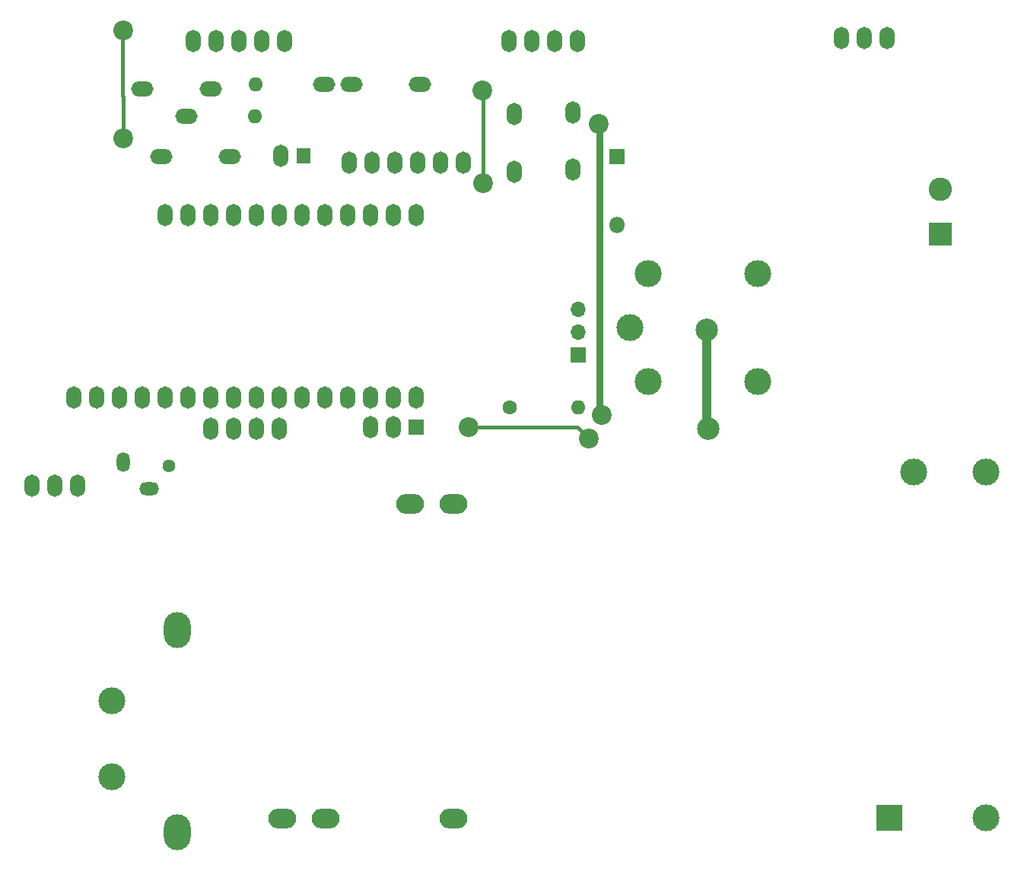
<source format=gbr>
%TF.GenerationSoftware,KiCad,Pcbnew,(7.0.0-0)*%
%TF.CreationDate,2024-05-26T10:43:25+02:00*%
%TF.ProjectId,SwitchFoil,53776974-6368-4466-9f69-6c2e6b696361,rev?*%
%TF.SameCoordinates,Original*%
%TF.FileFunction,Copper,L1,Top*%
%TF.FilePolarity,Positive*%
%FSLAX46Y46*%
G04 Gerber Fmt 4.6, Leading zero omitted, Abs format (unit mm)*
G04 Created by KiCad (PCBNEW (7.0.0-0)) date 2024-05-26 10:43:25*
%MOMM*%
%LPD*%
G01*
G04 APERTURE LIST*
%TA.AperFunction,ComponentPad*%
%ADD10O,2.500000X1.700000*%
%TD*%
%TA.AperFunction,ComponentPad*%
%ADD11O,1.600000X1.600000*%
%TD*%
%TA.AperFunction,ComponentPad*%
%ADD12O,1.700000X2.500000*%
%TD*%
%TA.AperFunction,ComponentPad*%
%ADD13C,1.600000*%
%TD*%
%TA.AperFunction,ComponentPad*%
%ADD14C,3.000000*%
%TD*%
%TA.AperFunction,ComponentPad*%
%ADD15R,3.000000X3.000000*%
%TD*%
%TA.AperFunction,ComponentPad*%
%ADD16O,3.100000X2.200000*%
%TD*%
%TA.AperFunction,ComponentPad*%
%ADD17R,1.600000X1.700000*%
%TD*%
%TA.AperFunction,ComponentPad*%
%ADD18R,2.600000X2.600000*%
%TD*%
%TA.AperFunction,ComponentPad*%
%ADD19C,2.600000*%
%TD*%
%TA.AperFunction,ComponentPad*%
%ADD20R,1.800000X1.800000*%
%TD*%
%TA.AperFunction,ComponentPad*%
%ADD21O,1.800000X1.800000*%
%TD*%
%TA.AperFunction,ComponentPad*%
%ADD22R,1.700000X1.700000*%
%TD*%
%TA.AperFunction,ComponentPad*%
%ADD23O,1.700000X1.700000*%
%TD*%
%TA.AperFunction,ComponentPad*%
%ADD24O,3.000000X4.000000*%
%TD*%
%TA.AperFunction,ComponentPad*%
%ADD25O,1.440000X2.200000*%
%TD*%
%TA.AperFunction,ComponentPad*%
%ADD26O,2.200000X1.440000*%
%TD*%
%TA.AperFunction,ComponentPad*%
%ADD27C,1.440000*%
%TD*%
%TA.AperFunction,ViaPad*%
%ADD28C,2.200000*%
%TD*%
%TA.AperFunction,ViaPad*%
%ADD29C,2.500000*%
%TD*%
%TA.AperFunction,Conductor*%
%ADD30C,0.400000*%
%TD*%
%TA.AperFunction,Conductor*%
%ADD31C,0.800000*%
%TD*%
%TA.AperFunction,Conductor*%
%ADD32C,1.000000*%
%TD*%
G04 APERTURE END LIST*
D10*
%TO.P,R10,1*%
%TO.N,RADAR_RX*%
X119340688Y-68002002D03*
D11*
%TO.P,R10,2*%
%TO.N,GND*%
X126960688Y-68002002D03*
%TD*%
D12*
%TO.P,SW2,1,1*%
%TO.N,Net-(U1-IO33)*%
X155799999Y-74222123D03*
%TO.P,SW2,2,2*%
%TO.N,GND*%
X155799999Y-67822123D03*
%TD*%
%TO.P,U1,1,IO23/SDA*%
%TO.N,SDA*%
X144883414Y-79021719D03*
%TO.P,U1,2,IO22/SCL*%
%TO.N,SCL*%
X142343414Y-79021719D03*
%TO.P,U1,3,IO14*%
%TO.N,TOF_INT*%
X139803414Y-79021719D03*
%TO.P,U1,4,IO32*%
%TO.N,TRIG*%
X137263414Y-79021719D03*
%TO.P,U1,5,IO15*%
%TO.N,ECHO*%
X134723414Y-79021719D03*
%TO.P,U1,6,IO33*%
%TO.N,Net-(U1-IO33)*%
X132183414Y-79021719D03*
%TO.P,U1,7,IO27*%
%TO.N,RADAR_RX*%
X129643414Y-79021719D03*
%TO.P,U1,8,IO12*%
%TO.N,RADAR_TX*%
X127103414Y-79021719D03*
%TO.P,U1,9,IO13*%
%TO.N,Net-(U1-IO13)*%
X124563414Y-79021719D03*
%TO.P,U1,10,V_USB*%
%TO.N,+5V*%
X122023414Y-79021719D03*
%TO.P,U1,11,EN*%
%TO.N,unconnected-(U1-EN-Pad11)*%
X119483414Y-79021719D03*
%TO.P,U1,12,V_BATT*%
%TO.N,unconnected-(U1-V_BATT-Pad12)*%
X116943414Y-79021719D03*
%TO.P,U1,13,IO21*%
%TO.N,unconnected-(U1-IO21-Pad13)*%
X144883414Y-99341719D03*
%TO.P,U1,14,TX*%
%TO.N,Net-(J10-Pin_2)*%
X142343414Y-99341719D03*
%TO.P,U1,15,RX*%
%TO.N,Net-(J10-Pin_3)*%
X139803414Y-99341719D03*
%TO.P,U1,16,IO18/MOSI*%
%TO.N,Net-(U1-IO18{slash}MOSI)*%
X137263414Y-99341719D03*
%TO.P,U1,17,IO19/MISO*%
%TO.N,DIM*%
X134723414Y-99341719D03*
%TO.P,U1,18,IO5/SCK*%
%TO.N,Z_CROSS*%
X132183414Y-99341719D03*
%TO.P,U1,19,IO4/A5*%
%TO.N,Net-(J9-Pin_1)*%
X129643414Y-99341719D03*
%TO.P,U1,20,I36/A4*%
%TO.N,Net-(J9-Pin_2)*%
X127103414Y-99341719D03*
%TO.P,U1,21,I39/A3*%
%TO.N,Net-(J9-Pin_3)*%
X124563414Y-99341719D03*
%TO.P,U1,22,I34/A2*%
%TO.N,Net-(J9-Pin_4)*%
X122023414Y-99341719D03*
%TO.P,U1,23,IO25/A1*%
%TO.N,PIR*%
X119483414Y-99341719D03*
%TO.P,U1,24,IO26/A0*%
%TO.N,Net-(U1-IO26{slash}A0)*%
X116943414Y-99341719D03*
%TO.P,U1,25,GND*%
%TO.N,GND*%
X114403414Y-99341719D03*
%TO.P,U1,26,AREF*%
%TO.N,unconnected-(U1-AREF-Pad26)*%
X111863414Y-99341719D03*
%TO.P,U1,27,3.3V*%
%TO.N,+3V3*%
X109323414Y-99341719D03*
%TO.P,U1,28,~{RESET}*%
%TO.N,unconnected-(U1-~{RESET}-Pad28)*%
X106783414Y-99341719D03*
%TD*%
D13*
%TO.P,R13,1*%
%TO.N,DIM*%
X155290000Y-100500000D03*
D11*
%TO.P,R13,2*%
%TO.N,Net-(Q2-B)*%
X162909999Y-100499999D03*
%TD*%
D14*
%TO.P,J5,1,Pin_1*%
%TO.N,N*%
X111000000Y-133150000D03*
%TO.P,J5,2,Pin_2*%
%TO.N,AC_IN_L*%
X111000000Y-141650000D03*
%TD*%
D12*
%TO.P,JP1,1,A*%
%TO.N,Net-(JP1-A)*%
X107199999Y-109199999D03*
%TO.P,JP1,2,C*%
%TO.N,+5V*%
X104659999Y-109199999D03*
%TO.P,JP1,3,B*%
%TO.N,unconnected-(JP1-B-Pad3)*%
X102119999Y-109199999D03*
%TD*%
%TO.P,J9,1,Pin_1*%
%TO.N,Net-(J9-Pin_1)*%
X129614874Y-102799999D03*
%TO.P,J9,2,Pin_2*%
%TO.N,Net-(J9-Pin_2)*%
X127074874Y-102799999D03*
%TO.P,J9,3,Pin_3*%
%TO.N,Net-(J9-Pin_3)*%
X124534874Y-102799999D03*
%TO.P,J9,4,Pin_4*%
%TO.N,Net-(J9-Pin_4)*%
X121994874Y-102799999D03*
%TD*%
%TO.P,J1,1,Pin_1*%
%TO.N,GND*%
X150099999Y-73199999D03*
%TO.P,J1,2,Pin_2*%
%TO.N,+3V3*%
X147559999Y-73199999D03*
%TO.P,J1,3,Pin_3*%
%TO.N,SDA*%
X145019999Y-73199999D03*
%TO.P,J1,4,Pin_4*%
%TO.N,SCL*%
X142479999Y-73199999D03*
%TO.P,J1,5,Pin_5*%
%TO.N,TOF_INT*%
X139939999Y-73199999D03*
%TO.P,J1,6,Pin_6*%
%TO.N,unconnected-(J1-Pin_6-Pad6)*%
X137399999Y-73199999D03*
%TD*%
%TO.P,SW1,1,1*%
%TO.N,Net-(U1-IO18{slash}MOSI)*%
X162299999Y-73999999D03*
%TO.P,SW1,2,2*%
%TO.N,GND*%
X162299999Y-67599999D03*
%TD*%
D15*
%TO.P,PS2,1,AC/N*%
%TO.N,N*%
X197529999Y-146157499D03*
D14*
%TO.P,PS2,2,AC/L*%
%TO.N,L*%
X208280000Y-146157500D03*
%TO.P,PS2,3,-Vo*%
%TO.N,GND*%
X208280000Y-107657500D03*
%TO.P,PS2,4,+Vo*%
%TO.N,Net-(JP1-A)*%
X200280000Y-107657500D03*
%TD*%
D16*
%TO.P,T1,0*%
%TO.N,unconnected-(T1-Pad0)*%
X148999999Y-146231247D03*
%TO.P,T1,1,AA*%
%TO.N,L*%
X129999999Y-146231247D03*
%TO.P,T1,2,AB*%
%TO.N,N*%
X134799999Y-146231247D03*
%TO.P,T1,6,SA*%
%TO.N,AC_N_30V*%
X148999999Y-111231247D03*
%TO.P,T1,7,SB*%
%TO.N,AC_L_30V*%
X144199999Y-111231247D03*
%TD*%
D17*
%TO.P,D1,1,K*%
%TO.N,GND*%
X132339999Y-72399999D03*
D12*
%TO.P,D1,2,A*%
%TO.N,Net-(D1-A)*%
X129799999Y-72399999D03*
%TD*%
D14*
%TO.P,K1,11*%
%TO.N,AC_L_30V*%
X168700000Y-91600000D03*
%TO.P,K1,12*%
%TO.N,unconnected-(K1-Pad12)*%
X182900000Y-85600000D03*
%TO.P,K1,14*%
%TO.N,AC_L_30V_SWITCHED*%
X182900000Y-97600000D03*
%TO.P,K1,A1*%
%TO.N,+3V3*%
X170700000Y-97600000D03*
%TO.P,K1,A2*%
%TO.N,Net-(D5-A)*%
X170700000Y-85600000D03*
%TD*%
D18*
%TO.P,J7,1,Pin_1*%
%TO.N,AC_L_30V_SWITCHED*%
X203199999Y-81199999D03*
D19*
%TO.P,J7,2,Pin_2*%
%TO.N,AC_N_30V*%
X203200000Y-76200000D03*
%TD*%
D10*
%TO.P,R8,1*%
%TO.N,ECHO*%
X134619999Y-64499999D03*
D11*
%TO.P,R8,2*%
%TO.N,GND*%
X126999999Y-64499999D03*
%TD*%
D10*
%TO.P,R7,1*%
%TO.N,Net-(J4-Pin_2)*%
X145309999Y-64499999D03*
%TO.P,R7,2*%
%TO.N,ECHO*%
X137689999Y-64499999D03*
%TD*%
%TO.P,R9,1*%
%TO.N,Net-(J8-Pin_5)*%
X114399999Y-64999999D03*
%TO.P,R9,2*%
%TO.N,RADAR_RX*%
X122019999Y-64999999D03*
%TD*%
D20*
%TO.P,D5,1,K*%
%TO.N,+3V3*%
X167199999Y-72499999D03*
D21*
%TO.P,D5,2,A*%
%TO.N,Net-(D5-A)*%
X167199999Y-80119999D03*
%TD*%
D22*
%TO.P,Q2,1,E*%
%TO.N,GND*%
X162899999Y-94579999D03*
D23*
%TO.P,Q2,2,B*%
%TO.N,Net-(Q2-B)*%
X162899999Y-92039999D03*
%TO.P,Q2,3,C*%
%TO.N,Net-(D5-A)*%
X162899999Y-89499999D03*
%TD*%
D24*
%TO.P,F1,1*%
%TO.N,AC_IN_L*%
X118299999Y-147799999D03*
%TO.P,F1,2*%
%TO.N,L*%
X118299999Y-125299999D03*
%TD*%
D22*
%TO.P,J10,1,Pin_1*%
%TO.N,GND*%
X144899999Y-102699999D03*
D12*
%TO.P,J10,2,Pin_2*%
%TO.N,Net-(J10-Pin_2)*%
X142359999Y-102699999D03*
%TO.P,J10,3,Pin_3*%
%TO.N,Net-(J10-Pin_3)*%
X139819999Y-102699999D03*
%TD*%
D25*
%TO.P,RV1,1,1*%
%TO.N,+3V3*%
X112249999Y-106599999D03*
D26*
%TO.P,RV1,2,2*%
%TO.N,Net-(U1-IO26{slash}A0)*%
X115189999Y-109539999D03*
D27*
%TO.P,RV1,3,3*%
%TO.N,GND*%
X117330000Y-107000000D03*
%TD*%
D10*
%TO.P,R1,1*%
%TO.N,Net-(U1-IO13)*%
X116499999Y-72499999D03*
%TO.P,R1,2*%
%TO.N,Net-(D1-A)*%
X124119999Y-72499999D03*
%TD*%
D12*
%TO.P,J4,1,Pin_1*%
%TO.N,GND*%
X155189999Y-59683902D03*
%TO.P,J4,2,Pin_2*%
%TO.N,Net-(J4-Pin_2)*%
X157729999Y-59683902D03*
%TO.P,J4,3,Pin_3*%
%TO.N,TRIG*%
X160269999Y-59683902D03*
%TO.P,J4,4,Pin_4*%
%TO.N,+5V*%
X162809999Y-59683902D03*
%TD*%
%TO.P,J8,1,Pin_1*%
%TO.N,+5V*%
X130223175Y-59693132D03*
%TO.P,J8,2,Pin_2*%
%TO.N,GND*%
X127683175Y-59693132D03*
%TO.P,J8,3,Pin_3*%
%TO.N,unconnected-(J8-Pin_3-Pad3)*%
X125143175Y-59693132D03*
%TO.P,J8,4,Pin_4*%
%TO.N,RADAR_TX*%
X122603175Y-59693132D03*
%TO.P,J8,5,Pin_5*%
%TO.N,Net-(J8-Pin_5)*%
X120063175Y-59693132D03*
%TD*%
%TO.P,J3,1,Pin_1*%
%TO.N,GND*%
X192194654Y-59315229D03*
%TO.P,J3,2,Pin_2*%
%TO.N,+3V3*%
X194734654Y-59315229D03*
%TO.P,J3,3,Pin_3*%
%TO.N,PIR*%
X197274654Y-59315229D03*
%TD*%
D28*
%TO.N,GND*%
X150699992Y-102700000D03*
X152300000Y-75500002D03*
X164077701Y-103941416D03*
X152199996Y-65200000D03*
%TO.N,+3V3*%
X165200000Y-68900000D03*
X165500000Y-101300000D03*
%TO.N,+5V*%
X112250000Y-70500000D03*
X112249994Y-58500000D03*
D29*
%TO.N,AC_L_30V*%
X177200000Y-91800000D03*
X177339551Y-102800000D03*
%TD*%
D30*
%TO.N,GND*%
X152300000Y-65300004D02*
X152199996Y-65200000D01*
X162836285Y-102700000D02*
X164077701Y-103941416D01*
X152300000Y-75500002D02*
X152300000Y-65300004D01*
X150699992Y-102700000D02*
X162836285Y-102700000D01*
D31*
%TO.N,+3V3*%
X165300000Y-69000000D02*
X165200000Y-68900000D01*
X165500000Y-101300000D02*
X165300000Y-101100000D01*
X165300000Y-101100000D02*
X165300000Y-69000000D01*
D30*
%TO.N,+5V*%
X112150000Y-65766295D02*
X112250000Y-65866295D01*
X112249994Y-58500000D02*
X112150000Y-58599994D01*
X112150000Y-58599994D02*
X112150000Y-65766295D01*
X112250000Y-65866295D02*
X112250000Y-70500000D01*
D32*
%TO.N,AC_L_30V*%
X177200000Y-91800000D02*
X177200000Y-102660449D01*
X177200000Y-102660449D02*
X177339551Y-102800000D01*
%TD*%
M02*

</source>
